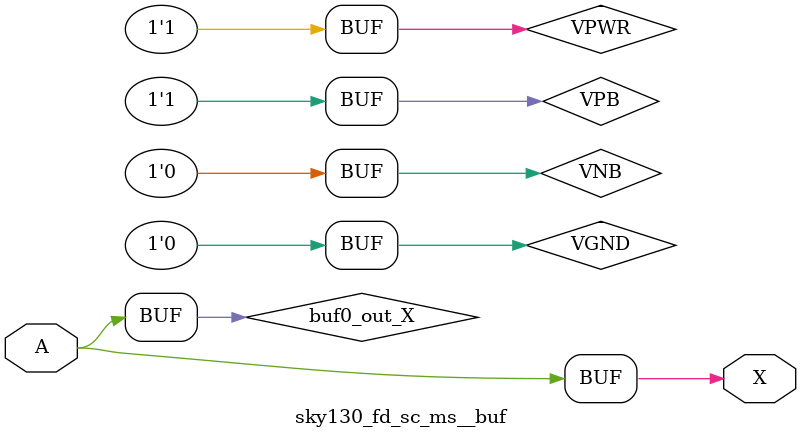
<source format=v>
/*
 * Copyright 2020 The SkyWater PDK Authors
 *
 * Licensed under the Apache License, Version 2.0 (the "License");
 * you may not use this file except in compliance with the License.
 * You may obtain a copy of the License at
 *
 *     https://www.apache.org/licenses/LICENSE-2.0
 *
 * Unless required by applicable law or agreed to in writing, software
 * distributed under the License is distributed on an "AS IS" BASIS,
 * WITHOUT WARRANTIES OR CONDITIONS OF ANY KIND, either express or implied.
 * See the License for the specific language governing permissions and
 * limitations under the License.
 *
 * SPDX-License-Identifier: Apache-2.0
*/


`ifndef SKY130_FD_SC_MS__BUF_BEHAVIORAL_V
`define SKY130_FD_SC_MS__BUF_BEHAVIORAL_V

/**
 * buf: Buffer.
 *
 * Verilog simulation functional model.
 */

`timescale 1ns / 1ps
`default_nettype none

`celldefine
module sky130_fd_sc_ms__buf (
    X,
    A
);

    // Module ports
    output X;
    input  A;

    // Module supplies
    supply1 VPWR;
    supply0 VGND;
    supply1 VPB ;
    supply0 VNB ;

    // Local signals
    wire buf0_out_X;

    //  Name  Output      Other arguments
    buf buf0 (buf0_out_X, A              );
    buf buf1 (X         , buf0_out_X     );

endmodule
`endcelldefine

`default_nettype wire
`endif  // SKY130_FD_SC_MS__BUF_BEHAVIORAL_V
</source>
